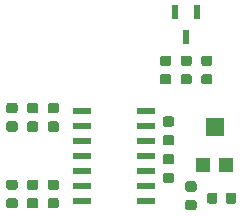
<source format=gbr>
G04 #@! TF.GenerationSoftware,KiCad,Pcbnew,(5.0.1)-3*
G04 #@! TF.CreationDate,2019-04-26T03:26:33+02:00*
G04 #@! TF.ProjectId,piezo_amplifier,7069657A6F5F616D706C69666965722E,rev?*
G04 #@! TF.SameCoordinates,Original*
G04 #@! TF.FileFunction,Paste,Top*
G04 #@! TF.FilePolarity,Positive*
%FSLAX46Y46*%
G04 Gerber Fmt 4.6, Leading zero omitted, Abs format (unit mm)*
G04 Created by KiCad (PCBNEW (5.0.1)-3) date 19/04/26 3:26:33 AM*
%MOMM*%
%LPD*%
G01*
G04 APERTURE LIST*
%ADD10C,0.100000*%
%ADD11C,0.875000*%
%ADD12R,1.500000X0.600000*%
%ADD13R,1.600000X1.500000*%
%ADD14R,1.200000X1.200000*%
%ADD15R,0.600000X1.300000*%
G04 APERTURE END LIST*
D10*
G04 #@! TO.C,C1*
G36*
X131527691Y-81526053D02*
X131548926Y-81529203D01*
X131569750Y-81534419D01*
X131589962Y-81541651D01*
X131609368Y-81550830D01*
X131627781Y-81561866D01*
X131645024Y-81574654D01*
X131660930Y-81589070D01*
X131675346Y-81604976D01*
X131688134Y-81622219D01*
X131699170Y-81640632D01*
X131708349Y-81660038D01*
X131715581Y-81680250D01*
X131720797Y-81701074D01*
X131723947Y-81722309D01*
X131725000Y-81743750D01*
X131725000Y-82181250D01*
X131723947Y-82202691D01*
X131720797Y-82223926D01*
X131715581Y-82244750D01*
X131708349Y-82264962D01*
X131699170Y-82284368D01*
X131688134Y-82302781D01*
X131675346Y-82320024D01*
X131660930Y-82335930D01*
X131645024Y-82350346D01*
X131627781Y-82363134D01*
X131609368Y-82374170D01*
X131589962Y-82383349D01*
X131569750Y-82390581D01*
X131548926Y-82395797D01*
X131527691Y-82398947D01*
X131506250Y-82400000D01*
X130993750Y-82400000D01*
X130972309Y-82398947D01*
X130951074Y-82395797D01*
X130930250Y-82390581D01*
X130910038Y-82383349D01*
X130890632Y-82374170D01*
X130872219Y-82363134D01*
X130854976Y-82350346D01*
X130839070Y-82335930D01*
X130824654Y-82320024D01*
X130811866Y-82302781D01*
X130800830Y-82284368D01*
X130791651Y-82264962D01*
X130784419Y-82244750D01*
X130779203Y-82223926D01*
X130776053Y-82202691D01*
X130775000Y-82181250D01*
X130775000Y-81743750D01*
X130776053Y-81722309D01*
X130779203Y-81701074D01*
X130784419Y-81680250D01*
X130791651Y-81660038D01*
X130800830Y-81640632D01*
X130811866Y-81622219D01*
X130824654Y-81604976D01*
X130839070Y-81589070D01*
X130854976Y-81574654D01*
X130872219Y-81561866D01*
X130890632Y-81550830D01*
X130910038Y-81541651D01*
X130930250Y-81534419D01*
X130951074Y-81529203D01*
X130972309Y-81526053D01*
X130993750Y-81525000D01*
X131506250Y-81525000D01*
X131527691Y-81526053D01*
X131527691Y-81526053D01*
G37*
D11*
X131250000Y-81962500D03*
D10*
G36*
X131527691Y-83101053D02*
X131548926Y-83104203D01*
X131569750Y-83109419D01*
X131589962Y-83116651D01*
X131609368Y-83125830D01*
X131627781Y-83136866D01*
X131645024Y-83149654D01*
X131660930Y-83164070D01*
X131675346Y-83179976D01*
X131688134Y-83197219D01*
X131699170Y-83215632D01*
X131708349Y-83235038D01*
X131715581Y-83255250D01*
X131720797Y-83276074D01*
X131723947Y-83297309D01*
X131725000Y-83318750D01*
X131725000Y-83756250D01*
X131723947Y-83777691D01*
X131720797Y-83798926D01*
X131715581Y-83819750D01*
X131708349Y-83839962D01*
X131699170Y-83859368D01*
X131688134Y-83877781D01*
X131675346Y-83895024D01*
X131660930Y-83910930D01*
X131645024Y-83925346D01*
X131627781Y-83938134D01*
X131609368Y-83949170D01*
X131589962Y-83958349D01*
X131569750Y-83965581D01*
X131548926Y-83970797D01*
X131527691Y-83973947D01*
X131506250Y-83975000D01*
X130993750Y-83975000D01*
X130972309Y-83973947D01*
X130951074Y-83970797D01*
X130930250Y-83965581D01*
X130910038Y-83958349D01*
X130890632Y-83949170D01*
X130872219Y-83938134D01*
X130854976Y-83925346D01*
X130839070Y-83910930D01*
X130824654Y-83895024D01*
X130811866Y-83877781D01*
X130800830Y-83859368D01*
X130791651Y-83839962D01*
X130784419Y-83819750D01*
X130779203Y-83798926D01*
X130776053Y-83777691D01*
X130775000Y-83756250D01*
X130775000Y-83318750D01*
X130776053Y-83297309D01*
X130779203Y-83276074D01*
X130784419Y-83255250D01*
X130791651Y-83235038D01*
X130800830Y-83215632D01*
X130811866Y-83197219D01*
X130824654Y-83179976D01*
X130839070Y-83164070D01*
X130854976Y-83149654D01*
X130872219Y-83136866D01*
X130890632Y-83125830D01*
X130910038Y-83116651D01*
X130930250Y-83109419D01*
X130951074Y-83104203D01*
X130972309Y-83101053D01*
X130993750Y-83100000D01*
X131506250Y-83100000D01*
X131527691Y-83101053D01*
X131527691Y-83101053D01*
G37*
D11*
X131250000Y-83537500D03*
G04 #@! TD*
D10*
G04 #@! TO.C,C2*
G36*
X118527691Y-92026053D02*
X118548926Y-92029203D01*
X118569750Y-92034419D01*
X118589962Y-92041651D01*
X118609368Y-92050830D01*
X118627781Y-92061866D01*
X118645024Y-92074654D01*
X118660930Y-92089070D01*
X118675346Y-92104976D01*
X118688134Y-92122219D01*
X118699170Y-92140632D01*
X118708349Y-92160038D01*
X118715581Y-92180250D01*
X118720797Y-92201074D01*
X118723947Y-92222309D01*
X118725000Y-92243750D01*
X118725000Y-92681250D01*
X118723947Y-92702691D01*
X118720797Y-92723926D01*
X118715581Y-92744750D01*
X118708349Y-92764962D01*
X118699170Y-92784368D01*
X118688134Y-92802781D01*
X118675346Y-92820024D01*
X118660930Y-92835930D01*
X118645024Y-92850346D01*
X118627781Y-92863134D01*
X118609368Y-92874170D01*
X118589962Y-92883349D01*
X118569750Y-92890581D01*
X118548926Y-92895797D01*
X118527691Y-92898947D01*
X118506250Y-92900000D01*
X117993750Y-92900000D01*
X117972309Y-92898947D01*
X117951074Y-92895797D01*
X117930250Y-92890581D01*
X117910038Y-92883349D01*
X117890632Y-92874170D01*
X117872219Y-92863134D01*
X117854976Y-92850346D01*
X117839070Y-92835930D01*
X117824654Y-92820024D01*
X117811866Y-92802781D01*
X117800830Y-92784368D01*
X117791651Y-92764962D01*
X117784419Y-92744750D01*
X117779203Y-92723926D01*
X117776053Y-92702691D01*
X117775000Y-92681250D01*
X117775000Y-92243750D01*
X117776053Y-92222309D01*
X117779203Y-92201074D01*
X117784419Y-92180250D01*
X117791651Y-92160038D01*
X117800830Y-92140632D01*
X117811866Y-92122219D01*
X117824654Y-92104976D01*
X117839070Y-92089070D01*
X117854976Y-92074654D01*
X117872219Y-92061866D01*
X117890632Y-92050830D01*
X117910038Y-92041651D01*
X117930250Y-92034419D01*
X117951074Y-92029203D01*
X117972309Y-92026053D01*
X117993750Y-92025000D01*
X118506250Y-92025000D01*
X118527691Y-92026053D01*
X118527691Y-92026053D01*
G37*
D11*
X118250000Y-92462500D03*
D10*
G36*
X118527691Y-93601053D02*
X118548926Y-93604203D01*
X118569750Y-93609419D01*
X118589962Y-93616651D01*
X118609368Y-93625830D01*
X118627781Y-93636866D01*
X118645024Y-93649654D01*
X118660930Y-93664070D01*
X118675346Y-93679976D01*
X118688134Y-93697219D01*
X118699170Y-93715632D01*
X118708349Y-93735038D01*
X118715581Y-93755250D01*
X118720797Y-93776074D01*
X118723947Y-93797309D01*
X118725000Y-93818750D01*
X118725000Y-94256250D01*
X118723947Y-94277691D01*
X118720797Y-94298926D01*
X118715581Y-94319750D01*
X118708349Y-94339962D01*
X118699170Y-94359368D01*
X118688134Y-94377781D01*
X118675346Y-94395024D01*
X118660930Y-94410930D01*
X118645024Y-94425346D01*
X118627781Y-94438134D01*
X118609368Y-94449170D01*
X118589962Y-94458349D01*
X118569750Y-94465581D01*
X118548926Y-94470797D01*
X118527691Y-94473947D01*
X118506250Y-94475000D01*
X117993750Y-94475000D01*
X117972309Y-94473947D01*
X117951074Y-94470797D01*
X117930250Y-94465581D01*
X117910038Y-94458349D01*
X117890632Y-94449170D01*
X117872219Y-94438134D01*
X117854976Y-94425346D01*
X117839070Y-94410930D01*
X117824654Y-94395024D01*
X117811866Y-94377781D01*
X117800830Y-94359368D01*
X117791651Y-94339962D01*
X117784419Y-94319750D01*
X117779203Y-94298926D01*
X117776053Y-94277691D01*
X117775000Y-94256250D01*
X117775000Y-93818750D01*
X117776053Y-93797309D01*
X117779203Y-93776074D01*
X117784419Y-93755250D01*
X117791651Y-93735038D01*
X117800830Y-93715632D01*
X117811866Y-93697219D01*
X117824654Y-93679976D01*
X117839070Y-93664070D01*
X117854976Y-93649654D01*
X117872219Y-93636866D01*
X117890632Y-93625830D01*
X117910038Y-93616651D01*
X117930250Y-93609419D01*
X117951074Y-93604203D01*
X117972309Y-93601053D01*
X117993750Y-93600000D01*
X118506250Y-93600000D01*
X118527691Y-93601053D01*
X118527691Y-93601053D01*
G37*
D11*
X118250000Y-94037500D03*
G04 #@! TD*
D10*
G04 #@! TO.C,C3*
G36*
X135027691Y-83101053D02*
X135048926Y-83104203D01*
X135069750Y-83109419D01*
X135089962Y-83116651D01*
X135109368Y-83125830D01*
X135127781Y-83136866D01*
X135145024Y-83149654D01*
X135160930Y-83164070D01*
X135175346Y-83179976D01*
X135188134Y-83197219D01*
X135199170Y-83215632D01*
X135208349Y-83235038D01*
X135215581Y-83255250D01*
X135220797Y-83276074D01*
X135223947Y-83297309D01*
X135225000Y-83318750D01*
X135225000Y-83756250D01*
X135223947Y-83777691D01*
X135220797Y-83798926D01*
X135215581Y-83819750D01*
X135208349Y-83839962D01*
X135199170Y-83859368D01*
X135188134Y-83877781D01*
X135175346Y-83895024D01*
X135160930Y-83910930D01*
X135145024Y-83925346D01*
X135127781Y-83938134D01*
X135109368Y-83949170D01*
X135089962Y-83958349D01*
X135069750Y-83965581D01*
X135048926Y-83970797D01*
X135027691Y-83973947D01*
X135006250Y-83975000D01*
X134493750Y-83975000D01*
X134472309Y-83973947D01*
X134451074Y-83970797D01*
X134430250Y-83965581D01*
X134410038Y-83958349D01*
X134390632Y-83949170D01*
X134372219Y-83938134D01*
X134354976Y-83925346D01*
X134339070Y-83910930D01*
X134324654Y-83895024D01*
X134311866Y-83877781D01*
X134300830Y-83859368D01*
X134291651Y-83839962D01*
X134284419Y-83819750D01*
X134279203Y-83798926D01*
X134276053Y-83777691D01*
X134275000Y-83756250D01*
X134275000Y-83318750D01*
X134276053Y-83297309D01*
X134279203Y-83276074D01*
X134284419Y-83255250D01*
X134291651Y-83235038D01*
X134300830Y-83215632D01*
X134311866Y-83197219D01*
X134324654Y-83179976D01*
X134339070Y-83164070D01*
X134354976Y-83149654D01*
X134372219Y-83136866D01*
X134390632Y-83125830D01*
X134410038Y-83116651D01*
X134430250Y-83109419D01*
X134451074Y-83104203D01*
X134472309Y-83101053D01*
X134493750Y-83100000D01*
X135006250Y-83100000D01*
X135027691Y-83101053D01*
X135027691Y-83101053D01*
G37*
D11*
X134750000Y-83537500D03*
D10*
G36*
X135027691Y-81526053D02*
X135048926Y-81529203D01*
X135069750Y-81534419D01*
X135089962Y-81541651D01*
X135109368Y-81550830D01*
X135127781Y-81561866D01*
X135145024Y-81574654D01*
X135160930Y-81589070D01*
X135175346Y-81604976D01*
X135188134Y-81622219D01*
X135199170Y-81640632D01*
X135208349Y-81660038D01*
X135215581Y-81680250D01*
X135220797Y-81701074D01*
X135223947Y-81722309D01*
X135225000Y-81743750D01*
X135225000Y-82181250D01*
X135223947Y-82202691D01*
X135220797Y-82223926D01*
X135215581Y-82244750D01*
X135208349Y-82264962D01*
X135199170Y-82284368D01*
X135188134Y-82302781D01*
X135175346Y-82320024D01*
X135160930Y-82335930D01*
X135145024Y-82350346D01*
X135127781Y-82363134D01*
X135109368Y-82374170D01*
X135089962Y-82383349D01*
X135069750Y-82390581D01*
X135048926Y-82395797D01*
X135027691Y-82398947D01*
X135006250Y-82400000D01*
X134493750Y-82400000D01*
X134472309Y-82398947D01*
X134451074Y-82395797D01*
X134430250Y-82390581D01*
X134410038Y-82383349D01*
X134390632Y-82374170D01*
X134372219Y-82363134D01*
X134354976Y-82350346D01*
X134339070Y-82335930D01*
X134324654Y-82320024D01*
X134311866Y-82302781D01*
X134300830Y-82284368D01*
X134291651Y-82264962D01*
X134284419Y-82244750D01*
X134279203Y-82223926D01*
X134276053Y-82202691D01*
X134275000Y-82181250D01*
X134275000Y-81743750D01*
X134276053Y-81722309D01*
X134279203Y-81701074D01*
X134284419Y-81680250D01*
X134291651Y-81660038D01*
X134300830Y-81640632D01*
X134311866Y-81622219D01*
X134324654Y-81604976D01*
X134339070Y-81589070D01*
X134354976Y-81574654D01*
X134372219Y-81561866D01*
X134390632Y-81550830D01*
X134410038Y-81541651D01*
X134430250Y-81534419D01*
X134451074Y-81529203D01*
X134472309Y-81526053D01*
X134493750Y-81525000D01*
X135006250Y-81525000D01*
X135027691Y-81526053D01*
X135027691Y-81526053D01*
G37*
D11*
X134750000Y-81962500D03*
G04 #@! TD*
D10*
G04 #@! TO.C,C4*
G36*
X122027691Y-85526053D02*
X122048926Y-85529203D01*
X122069750Y-85534419D01*
X122089962Y-85541651D01*
X122109368Y-85550830D01*
X122127781Y-85561866D01*
X122145024Y-85574654D01*
X122160930Y-85589070D01*
X122175346Y-85604976D01*
X122188134Y-85622219D01*
X122199170Y-85640632D01*
X122208349Y-85660038D01*
X122215581Y-85680250D01*
X122220797Y-85701074D01*
X122223947Y-85722309D01*
X122225000Y-85743750D01*
X122225000Y-86181250D01*
X122223947Y-86202691D01*
X122220797Y-86223926D01*
X122215581Y-86244750D01*
X122208349Y-86264962D01*
X122199170Y-86284368D01*
X122188134Y-86302781D01*
X122175346Y-86320024D01*
X122160930Y-86335930D01*
X122145024Y-86350346D01*
X122127781Y-86363134D01*
X122109368Y-86374170D01*
X122089962Y-86383349D01*
X122069750Y-86390581D01*
X122048926Y-86395797D01*
X122027691Y-86398947D01*
X122006250Y-86400000D01*
X121493750Y-86400000D01*
X121472309Y-86398947D01*
X121451074Y-86395797D01*
X121430250Y-86390581D01*
X121410038Y-86383349D01*
X121390632Y-86374170D01*
X121372219Y-86363134D01*
X121354976Y-86350346D01*
X121339070Y-86335930D01*
X121324654Y-86320024D01*
X121311866Y-86302781D01*
X121300830Y-86284368D01*
X121291651Y-86264962D01*
X121284419Y-86244750D01*
X121279203Y-86223926D01*
X121276053Y-86202691D01*
X121275000Y-86181250D01*
X121275000Y-85743750D01*
X121276053Y-85722309D01*
X121279203Y-85701074D01*
X121284419Y-85680250D01*
X121291651Y-85660038D01*
X121300830Y-85640632D01*
X121311866Y-85622219D01*
X121324654Y-85604976D01*
X121339070Y-85589070D01*
X121354976Y-85574654D01*
X121372219Y-85561866D01*
X121390632Y-85550830D01*
X121410038Y-85541651D01*
X121430250Y-85534419D01*
X121451074Y-85529203D01*
X121472309Y-85526053D01*
X121493750Y-85525000D01*
X122006250Y-85525000D01*
X122027691Y-85526053D01*
X122027691Y-85526053D01*
G37*
D11*
X121750000Y-85962500D03*
D10*
G36*
X122027691Y-87101053D02*
X122048926Y-87104203D01*
X122069750Y-87109419D01*
X122089962Y-87116651D01*
X122109368Y-87125830D01*
X122127781Y-87136866D01*
X122145024Y-87149654D01*
X122160930Y-87164070D01*
X122175346Y-87179976D01*
X122188134Y-87197219D01*
X122199170Y-87215632D01*
X122208349Y-87235038D01*
X122215581Y-87255250D01*
X122220797Y-87276074D01*
X122223947Y-87297309D01*
X122225000Y-87318750D01*
X122225000Y-87756250D01*
X122223947Y-87777691D01*
X122220797Y-87798926D01*
X122215581Y-87819750D01*
X122208349Y-87839962D01*
X122199170Y-87859368D01*
X122188134Y-87877781D01*
X122175346Y-87895024D01*
X122160930Y-87910930D01*
X122145024Y-87925346D01*
X122127781Y-87938134D01*
X122109368Y-87949170D01*
X122089962Y-87958349D01*
X122069750Y-87965581D01*
X122048926Y-87970797D01*
X122027691Y-87973947D01*
X122006250Y-87975000D01*
X121493750Y-87975000D01*
X121472309Y-87973947D01*
X121451074Y-87970797D01*
X121430250Y-87965581D01*
X121410038Y-87958349D01*
X121390632Y-87949170D01*
X121372219Y-87938134D01*
X121354976Y-87925346D01*
X121339070Y-87910930D01*
X121324654Y-87895024D01*
X121311866Y-87877781D01*
X121300830Y-87859368D01*
X121291651Y-87839962D01*
X121284419Y-87819750D01*
X121279203Y-87798926D01*
X121276053Y-87777691D01*
X121275000Y-87756250D01*
X121275000Y-87318750D01*
X121276053Y-87297309D01*
X121279203Y-87276074D01*
X121284419Y-87255250D01*
X121291651Y-87235038D01*
X121300830Y-87215632D01*
X121311866Y-87197219D01*
X121324654Y-87179976D01*
X121339070Y-87164070D01*
X121354976Y-87149654D01*
X121372219Y-87136866D01*
X121390632Y-87125830D01*
X121410038Y-87116651D01*
X121430250Y-87109419D01*
X121451074Y-87104203D01*
X121472309Y-87101053D01*
X121493750Y-87100000D01*
X122006250Y-87100000D01*
X122027691Y-87101053D01*
X122027691Y-87101053D01*
G37*
D11*
X121750000Y-87537500D03*
G04 #@! TD*
D10*
G04 #@! TO.C,C5*
G36*
X133277691Y-83101053D02*
X133298926Y-83104203D01*
X133319750Y-83109419D01*
X133339962Y-83116651D01*
X133359368Y-83125830D01*
X133377781Y-83136866D01*
X133395024Y-83149654D01*
X133410930Y-83164070D01*
X133425346Y-83179976D01*
X133438134Y-83197219D01*
X133449170Y-83215632D01*
X133458349Y-83235038D01*
X133465581Y-83255250D01*
X133470797Y-83276074D01*
X133473947Y-83297309D01*
X133475000Y-83318750D01*
X133475000Y-83756250D01*
X133473947Y-83777691D01*
X133470797Y-83798926D01*
X133465581Y-83819750D01*
X133458349Y-83839962D01*
X133449170Y-83859368D01*
X133438134Y-83877781D01*
X133425346Y-83895024D01*
X133410930Y-83910930D01*
X133395024Y-83925346D01*
X133377781Y-83938134D01*
X133359368Y-83949170D01*
X133339962Y-83958349D01*
X133319750Y-83965581D01*
X133298926Y-83970797D01*
X133277691Y-83973947D01*
X133256250Y-83975000D01*
X132743750Y-83975000D01*
X132722309Y-83973947D01*
X132701074Y-83970797D01*
X132680250Y-83965581D01*
X132660038Y-83958349D01*
X132640632Y-83949170D01*
X132622219Y-83938134D01*
X132604976Y-83925346D01*
X132589070Y-83910930D01*
X132574654Y-83895024D01*
X132561866Y-83877781D01*
X132550830Y-83859368D01*
X132541651Y-83839962D01*
X132534419Y-83819750D01*
X132529203Y-83798926D01*
X132526053Y-83777691D01*
X132525000Y-83756250D01*
X132525000Y-83318750D01*
X132526053Y-83297309D01*
X132529203Y-83276074D01*
X132534419Y-83255250D01*
X132541651Y-83235038D01*
X132550830Y-83215632D01*
X132561866Y-83197219D01*
X132574654Y-83179976D01*
X132589070Y-83164070D01*
X132604976Y-83149654D01*
X132622219Y-83136866D01*
X132640632Y-83125830D01*
X132660038Y-83116651D01*
X132680250Y-83109419D01*
X132701074Y-83104203D01*
X132722309Y-83101053D01*
X132743750Y-83100000D01*
X133256250Y-83100000D01*
X133277691Y-83101053D01*
X133277691Y-83101053D01*
G37*
D11*
X133000000Y-83537500D03*
D10*
G36*
X133277691Y-81526053D02*
X133298926Y-81529203D01*
X133319750Y-81534419D01*
X133339962Y-81541651D01*
X133359368Y-81550830D01*
X133377781Y-81561866D01*
X133395024Y-81574654D01*
X133410930Y-81589070D01*
X133425346Y-81604976D01*
X133438134Y-81622219D01*
X133449170Y-81640632D01*
X133458349Y-81660038D01*
X133465581Y-81680250D01*
X133470797Y-81701074D01*
X133473947Y-81722309D01*
X133475000Y-81743750D01*
X133475000Y-82181250D01*
X133473947Y-82202691D01*
X133470797Y-82223926D01*
X133465581Y-82244750D01*
X133458349Y-82264962D01*
X133449170Y-82284368D01*
X133438134Y-82302781D01*
X133425346Y-82320024D01*
X133410930Y-82335930D01*
X133395024Y-82350346D01*
X133377781Y-82363134D01*
X133359368Y-82374170D01*
X133339962Y-82383349D01*
X133319750Y-82390581D01*
X133298926Y-82395797D01*
X133277691Y-82398947D01*
X133256250Y-82400000D01*
X132743750Y-82400000D01*
X132722309Y-82398947D01*
X132701074Y-82395797D01*
X132680250Y-82390581D01*
X132660038Y-82383349D01*
X132640632Y-82374170D01*
X132622219Y-82363134D01*
X132604976Y-82350346D01*
X132589070Y-82335930D01*
X132574654Y-82320024D01*
X132561866Y-82302781D01*
X132550830Y-82284368D01*
X132541651Y-82264962D01*
X132534419Y-82244750D01*
X132529203Y-82223926D01*
X132526053Y-82202691D01*
X132525000Y-82181250D01*
X132525000Y-81743750D01*
X132526053Y-81722309D01*
X132529203Y-81701074D01*
X132534419Y-81680250D01*
X132541651Y-81660038D01*
X132550830Y-81640632D01*
X132561866Y-81622219D01*
X132574654Y-81604976D01*
X132589070Y-81589070D01*
X132604976Y-81574654D01*
X132622219Y-81561866D01*
X132640632Y-81550830D01*
X132660038Y-81541651D01*
X132680250Y-81534419D01*
X132701074Y-81529203D01*
X132722309Y-81526053D01*
X132743750Y-81525000D01*
X133256250Y-81525000D01*
X133277691Y-81526053D01*
X133277691Y-81526053D01*
G37*
D11*
X133000000Y-81962500D03*
G04 #@! TD*
D10*
G04 #@! TO.C,C6*
G36*
X131777691Y-91451053D02*
X131798926Y-91454203D01*
X131819750Y-91459419D01*
X131839962Y-91466651D01*
X131859368Y-91475830D01*
X131877781Y-91486866D01*
X131895024Y-91499654D01*
X131910930Y-91514070D01*
X131925346Y-91529976D01*
X131938134Y-91547219D01*
X131949170Y-91565632D01*
X131958349Y-91585038D01*
X131965581Y-91605250D01*
X131970797Y-91626074D01*
X131973947Y-91647309D01*
X131975000Y-91668750D01*
X131975000Y-92106250D01*
X131973947Y-92127691D01*
X131970797Y-92148926D01*
X131965581Y-92169750D01*
X131958349Y-92189962D01*
X131949170Y-92209368D01*
X131938134Y-92227781D01*
X131925346Y-92245024D01*
X131910930Y-92260930D01*
X131895024Y-92275346D01*
X131877781Y-92288134D01*
X131859368Y-92299170D01*
X131839962Y-92308349D01*
X131819750Y-92315581D01*
X131798926Y-92320797D01*
X131777691Y-92323947D01*
X131756250Y-92325000D01*
X131243750Y-92325000D01*
X131222309Y-92323947D01*
X131201074Y-92320797D01*
X131180250Y-92315581D01*
X131160038Y-92308349D01*
X131140632Y-92299170D01*
X131122219Y-92288134D01*
X131104976Y-92275346D01*
X131089070Y-92260930D01*
X131074654Y-92245024D01*
X131061866Y-92227781D01*
X131050830Y-92209368D01*
X131041651Y-92189962D01*
X131034419Y-92169750D01*
X131029203Y-92148926D01*
X131026053Y-92127691D01*
X131025000Y-92106250D01*
X131025000Y-91668750D01*
X131026053Y-91647309D01*
X131029203Y-91626074D01*
X131034419Y-91605250D01*
X131041651Y-91585038D01*
X131050830Y-91565632D01*
X131061866Y-91547219D01*
X131074654Y-91529976D01*
X131089070Y-91514070D01*
X131104976Y-91499654D01*
X131122219Y-91486866D01*
X131140632Y-91475830D01*
X131160038Y-91466651D01*
X131180250Y-91459419D01*
X131201074Y-91454203D01*
X131222309Y-91451053D01*
X131243750Y-91450000D01*
X131756250Y-91450000D01*
X131777691Y-91451053D01*
X131777691Y-91451053D01*
G37*
D11*
X131500000Y-91887500D03*
D10*
G36*
X131777691Y-89876053D02*
X131798926Y-89879203D01*
X131819750Y-89884419D01*
X131839962Y-89891651D01*
X131859368Y-89900830D01*
X131877781Y-89911866D01*
X131895024Y-89924654D01*
X131910930Y-89939070D01*
X131925346Y-89954976D01*
X131938134Y-89972219D01*
X131949170Y-89990632D01*
X131958349Y-90010038D01*
X131965581Y-90030250D01*
X131970797Y-90051074D01*
X131973947Y-90072309D01*
X131975000Y-90093750D01*
X131975000Y-90531250D01*
X131973947Y-90552691D01*
X131970797Y-90573926D01*
X131965581Y-90594750D01*
X131958349Y-90614962D01*
X131949170Y-90634368D01*
X131938134Y-90652781D01*
X131925346Y-90670024D01*
X131910930Y-90685930D01*
X131895024Y-90700346D01*
X131877781Y-90713134D01*
X131859368Y-90724170D01*
X131839962Y-90733349D01*
X131819750Y-90740581D01*
X131798926Y-90745797D01*
X131777691Y-90748947D01*
X131756250Y-90750000D01*
X131243750Y-90750000D01*
X131222309Y-90748947D01*
X131201074Y-90745797D01*
X131180250Y-90740581D01*
X131160038Y-90733349D01*
X131140632Y-90724170D01*
X131122219Y-90713134D01*
X131104976Y-90700346D01*
X131089070Y-90685930D01*
X131074654Y-90670024D01*
X131061866Y-90652781D01*
X131050830Y-90634368D01*
X131041651Y-90614962D01*
X131034419Y-90594750D01*
X131029203Y-90573926D01*
X131026053Y-90552691D01*
X131025000Y-90531250D01*
X131025000Y-90093750D01*
X131026053Y-90072309D01*
X131029203Y-90051074D01*
X131034419Y-90030250D01*
X131041651Y-90010038D01*
X131050830Y-89990632D01*
X131061866Y-89972219D01*
X131074654Y-89954976D01*
X131089070Y-89939070D01*
X131104976Y-89924654D01*
X131122219Y-89911866D01*
X131140632Y-89900830D01*
X131160038Y-89891651D01*
X131180250Y-89884419D01*
X131201074Y-89879203D01*
X131222309Y-89876053D01*
X131243750Y-89875000D01*
X131756250Y-89875000D01*
X131777691Y-89876053D01*
X131777691Y-89876053D01*
G37*
D11*
X131500000Y-90312500D03*
G04 #@! TD*
D10*
G04 #@! TO.C,D1*
G36*
X137027691Y-93126053D02*
X137048926Y-93129203D01*
X137069750Y-93134419D01*
X137089962Y-93141651D01*
X137109368Y-93150830D01*
X137127781Y-93161866D01*
X137145024Y-93174654D01*
X137160930Y-93189070D01*
X137175346Y-93204976D01*
X137188134Y-93222219D01*
X137199170Y-93240632D01*
X137208349Y-93260038D01*
X137215581Y-93280250D01*
X137220797Y-93301074D01*
X137223947Y-93322309D01*
X137225000Y-93343750D01*
X137225000Y-93856250D01*
X137223947Y-93877691D01*
X137220797Y-93898926D01*
X137215581Y-93919750D01*
X137208349Y-93939962D01*
X137199170Y-93959368D01*
X137188134Y-93977781D01*
X137175346Y-93995024D01*
X137160930Y-94010930D01*
X137145024Y-94025346D01*
X137127781Y-94038134D01*
X137109368Y-94049170D01*
X137089962Y-94058349D01*
X137069750Y-94065581D01*
X137048926Y-94070797D01*
X137027691Y-94073947D01*
X137006250Y-94075000D01*
X136568750Y-94075000D01*
X136547309Y-94073947D01*
X136526074Y-94070797D01*
X136505250Y-94065581D01*
X136485038Y-94058349D01*
X136465632Y-94049170D01*
X136447219Y-94038134D01*
X136429976Y-94025346D01*
X136414070Y-94010930D01*
X136399654Y-93995024D01*
X136386866Y-93977781D01*
X136375830Y-93959368D01*
X136366651Y-93939962D01*
X136359419Y-93919750D01*
X136354203Y-93898926D01*
X136351053Y-93877691D01*
X136350000Y-93856250D01*
X136350000Y-93343750D01*
X136351053Y-93322309D01*
X136354203Y-93301074D01*
X136359419Y-93280250D01*
X136366651Y-93260038D01*
X136375830Y-93240632D01*
X136386866Y-93222219D01*
X136399654Y-93204976D01*
X136414070Y-93189070D01*
X136429976Y-93174654D01*
X136447219Y-93161866D01*
X136465632Y-93150830D01*
X136485038Y-93141651D01*
X136505250Y-93134419D01*
X136526074Y-93129203D01*
X136547309Y-93126053D01*
X136568750Y-93125000D01*
X137006250Y-93125000D01*
X137027691Y-93126053D01*
X137027691Y-93126053D01*
G37*
D11*
X136787500Y-93600000D03*
D10*
G36*
X135452691Y-93126053D02*
X135473926Y-93129203D01*
X135494750Y-93134419D01*
X135514962Y-93141651D01*
X135534368Y-93150830D01*
X135552781Y-93161866D01*
X135570024Y-93174654D01*
X135585930Y-93189070D01*
X135600346Y-93204976D01*
X135613134Y-93222219D01*
X135624170Y-93240632D01*
X135633349Y-93260038D01*
X135640581Y-93280250D01*
X135645797Y-93301074D01*
X135648947Y-93322309D01*
X135650000Y-93343750D01*
X135650000Y-93856250D01*
X135648947Y-93877691D01*
X135645797Y-93898926D01*
X135640581Y-93919750D01*
X135633349Y-93939962D01*
X135624170Y-93959368D01*
X135613134Y-93977781D01*
X135600346Y-93995024D01*
X135585930Y-94010930D01*
X135570024Y-94025346D01*
X135552781Y-94038134D01*
X135534368Y-94049170D01*
X135514962Y-94058349D01*
X135494750Y-94065581D01*
X135473926Y-94070797D01*
X135452691Y-94073947D01*
X135431250Y-94075000D01*
X134993750Y-94075000D01*
X134972309Y-94073947D01*
X134951074Y-94070797D01*
X134930250Y-94065581D01*
X134910038Y-94058349D01*
X134890632Y-94049170D01*
X134872219Y-94038134D01*
X134854976Y-94025346D01*
X134839070Y-94010930D01*
X134824654Y-93995024D01*
X134811866Y-93977781D01*
X134800830Y-93959368D01*
X134791651Y-93939962D01*
X134784419Y-93919750D01*
X134779203Y-93898926D01*
X134776053Y-93877691D01*
X134775000Y-93856250D01*
X134775000Y-93343750D01*
X134776053Y-93322309D01*
X134779203Y-93301074D01*
X134784419Y-93280250D01*
X134791651Y-93260038D01*
X134800830Y-93240632D01*
X134811866Y-93222219D01*
X134824654Y-93204976D01*
X134839070Y-93189070D01*
X134854976Y-93174654D01*
X134872219Y-93161866D01*
X134890632Y-93150830D01*
X134910038Y-93141651D01*
X134930250Y-93134419D01*
X134951074Y-93129203D01*
X134972309Y-93126053D01*
X134993750Y-93125000D01*
X135431250Y-93125000D01*
X135452691Y-93126053D01*
X135452691Y-93126053D01*
G37*
D11*
X135212500Y-93600000D03*
G04 #@! TD*
D10*
G04 #@! TO.C,R1*
G36*
X120277691Y-93601053D02*
X120298926Y-93604203D01*
X120319750Y-93609419D01*
X120339962Y-93616651D01*
X120359368Y-93625830D01*
X120377781Y-93636866D01*
X120395024Y-93649654D01*
X120410930Y-93664070D01*
X120425346Y-93679976D01*
X120438134Y-93697219D01*
X120449170Y-93715632D01*
X120458349Y-93735038D01*
X120465581Y-93755250D01*
X120470797Y-93776074D01*
X120473947Y-93797309D01*
X120475000Y-93818750D01*
X120475000Y-94256250D01*
X120473947Y-94277691D01*
X120470797Y-94298926D01*
X120465581Y-94319750D01*
X120458349Y-94339962D01*
X120449170Y-94359368D01*
X120438134Y-94377781D01*
X120425346Y-94395024D01*
X120410930Y-94410930D01*
X120395024Y-94425346D01*
X120377781Y-94438134D01*
X120359368Y-94449170D01*
X120339962Y-94458349D01*
X120319750Y-94465581D01*
X120298926Y-94470797D01*
X120277691Y-94473947D01*
X120256250Y-94475000D01*
X119743750Y-94475000D01*
X119722309Y-94473947D01*
X119701074Y-94470797D01*
X119680250Y-94465581D01*
X119660038Y-94458349D01*
X119640632Y-94449170D01*
X119622219Y-94438134D01*
X119604976Y-94425346D01*
X119589070Y-94410930D01*
X119574654Y-94395024D01*
X119561866Y-94377781D01*
X119550830Y-94359368D01*
X119541651Y-94339962D01*
X119534419Y-94319750D01*
X119529203Y-94298926D01*
X119526053Y-94277691D01*
X119525000Y-94256250D01*
X119525000Y-93818750D01*
X119526053Y-93797309D01*
X119529203Y-93776074D01*
X119534419Y-93755250D01*
X119541651Y-93735038D01*
X119550830Y-93715632D01*
X119561866Y-93697219D01*
X119574654Y-93679976D01*
X119589070Y-93664070D01*
X119604976Y-93649654D01*
X119622219Y-93636866D01*
X119640632Y-93625830D01*
X119660038Y-93616651D01*
X119680250Y-93609419D01*
X119701074Y-93604203D01*
X119722309Y-93601053D01*
X119743750Y-93600000D01*
X120256250Y-93600000D01*
X120277691Y-93601053D01*
X120277691Y-93601053D01*
G37*
D11*
X120000000Y-94037500D03*
D10*
G36*
X120277691Y-92026053D02*
X120298926Y-92029203D01*
X120319750Y-92034419D01*
X120339962Y-92041651D01*
X120359368Y-92050830D01*
X120377781Y-92061866D01*
X120395024Y-92074654D01*
X120410930Y-92089070D01*
X120425346Y-92104976D01*
X120438134Y-92122219D01*
X120449170Y-92140632D01*
X120458349Y-92160038D01*
X120465581Y-92180250D01*
X120470797Y-92201074D01*
X120473947Y-92222309D01*
X120475000Y-92243750D01*
X120475000Y-92681250D01*
X120473947Y-92702691D01*
X120470797Y-92723926D01*
X120465581Y-92744750D01*
X120458349Y-92764962D01*
X120449170Y-92784368D01*
X120438134Y-92802781D01*
X120425346Y-92820024D01*
X120410930Y-92835930D01*
X120395024Y-92850346D01*
X120377781Y-92863134D01*
X120359368Y-92874170D01*
X120339962Y-92883349D01*
X120319750Y-92890581D01*
X120298926Y-92895797D01*
X120277691Y-92898947D01*
X120256250Y-92900000D01*
X119743750Y-92900000D01*
X119722309Y-92898947D01*
X119701074Y-92895797D01*
X119680250Y-92890581D01*
X119660038Y-92883349D01*
X119640632Y-92874170D01*
X119622219Y-92863134D01*
X119604976Y-92850346D01*
X119589070Y-92835930D01*
X119574654Y-92820024D01*
X119561866Y-92802781D01*
X119550830Y-92784368D01*
X119541651Y-92764962D01*
X119534419Y-92744750D01*
X119529203Y-92723926D01*
X119526053Y-92702691D01*
X119525000Y-92681250D01*
X119525000Y-92243750D01*
X119526053Y-92222309D01*
X119529203Y-92201074D01*
X119534419Y-92180250D01*
X119541651Y-92160038D01*
X119550830Y-92140632D01*
X119561866Y-92122219D01*
X119574654Y-92104976D01*
X119589070Y-92089070D01*
X119604976Y-92074654D01*
X119622219Y-92061866D01*
X119640632Y-92050830D01*
X119660038Y-92041651D01*
X119680250Y-92034419D01*
X119701074Y-92029203D01*
X119722309Y-92026053D01*
X119743750Y-92025000D01*
X120256250Y-92025000D01*
X120277691Y-92026053D01*
X120277691Y-92026053D01*
G37*
D11*
X120000000Y-92462500D03*
G04 #@! TD*
D10*
G04 #@! TO.C,R2*
G36*
X122027691Y-92026053D02*
X122048926Y-92029203D01*
X122069750Y-92034419D01*
X122089962Y-92041651D01*
X122109368Y-92050830D01*
X122127781Y-92061866D01*
X122145024Y-92074654D01*
X122160930Y-92089070D01*
X122175346Y-92104976D01*
X122188134Y-92122219D01*
X122199170Y-92140632D01*
X122208349Y-92160038D01*
X122215581Y-92180250D01*
X122220797Y-92201074D01*
X122223947Y-92222309D01*
X122225000Y-92243750D01*
X122225000Y-92681250D01*
X122223947Y-92702691D01*
X122220797Y-92723926D01*
X122215581Y-92744750D01*
X122208349Y-92764962D01*
X122199170Y-92784368D01*
X122188134Y-92802781D01*
X122175346Y-92820024D01*
X122160930Y-92835930D01*
X122145024Y-92850346D01*
X122127781Y-92863134D01*
X122109368Y-92874170D01*
X122089962Y-92883349D01*
X122069750Y-92890581D01*
X122048926Y-92895797D01*
X122027691Y-92898947D01*
X122006250Y-92900000D01*
X121493750Y-92900000D01*
X121472309Y-92898947D01*
X121451074Y-92895797D01*
X121430250Y-92890581D01*
X121410038Y-92883349D01*
X121390632Y-92874170D01*
X121372219Y-92863134D01*
X121354976Y-92850346D01*
X121339070Y-92835930D01*
X121324654Y-92820024D01*
X121311866Y-92802781D01*
X121300830Y-92784368D01*
X121291651Y-92764962D01*
X121284419Y-92744750D01*
X121279203Y-92723926D01*
X121276053Y-92702691D01*
X121275000Y-92681250D01*
X121275000Y-92243750D01*
X121276053Y-92222309D01*
X121279203Y-92201074D01*
X121284419Y-92180250D01*
X121291651Y-92160038D01*
X121300830Y-92140632D01*
X121311866Y-92122219D01*
X121324654Y-92104976D01*
X121339070Y-92089070D01*
X121354976Y-92074654D01*
X121372219Y-92061866D01*
X121390632Y-92050830D01*
X121410038Y-92041651D01*
X121430250Y-92034419D01*
X121451074Y-92029203D01*
X121472309Y-92026053D01*
X121493750Y-92025000D01*
X122006250Y-92025000D01*
X122027691Y-92026053D01*
X122027691Y-92026053D01*
G37*
D11*
X121750000Y-92462500D03*
D10*
G36*
X122027691Y-93601053D02*
X122048926Y-93604203D01*
X122069750Y-93609419D01*
X122089962Y-93616651D01*
X122109368Y-93625830D01*
X122127781Y-93636866D01*
X122145024Y-93649654D01*
X122160930Y-93664070D01*
X122175346Y-93679976D01*
X122188134Y-93697219D01*
X122199170Y-93715632D01*
X122208349Y-93735038D01*
X122215581Y-93755250D01*
X122220797Y-93776074D01*
X122223947Y-93797309D01*
X122225000Y-93818750D01*
X122225000Y-94256250D01*
X122223947Y-94277691D01*
X122220797Y-94298926D01*
X122215581Y-94319750D01*
X122208349Y-94339962D01*
X122199170Y-94359368D01*
X122188134Y-94377781D01*
X122175346Y-94395024D01*
X122160930Y-94410930D01*
X122145024Y-94425346D01*
X122127781Y-94438134D01*
X122109368Y-94449170D01*
X122089962Y-94458349D01*
X122069750Y-94465581D01*
X122048926Y-94470797D01*
X122027691Y-94473947D01*
X122006250Y-94475000D01*
X121493750Y-94475000D01*
X121472309Y-94473947D01*
X121451074Y-94470797D01*
X121430250Y-94465581D01*
X121410038Y-94458349D01*
X121390632Y-94449170D01*
X121372219Y-94438134D01*
X121354976Y-94425346D01*
X121339070Y-94410930D01*
X121324654Y-94395024D01*
X121311866Y-94377781D01*
X121300830Y-94359368D01*
X121291651Y-94339962D01*
X121284419Y-94319750D01*
X121279203Y-94298926D01*
X121276053Y-94277691D01*
X121275000Y-94256250D01*
X121275000Y-93818750D01*
X121276053Y-93797309D01*
X121279203Y-93776074D01*
X121284419Y-93755250D01*
X121291651Y-93735038D01*
X121300830Y-93715632D01*
X121311866Y-93697219D01*
X121324654Y-93679976D01*
X121339070Y-93664070D01*
X121354976Y-93649654D01*
X121372219Y-93636866D01*
X121390632Y-93625830D01*
X121410038Y-93616651D01*
X121430250Y-93609419D01*
X121451074Y-93604203D01*
X121472309Y-93601053D01*
X121493750Y-93600000D01*
X122006250Y-93600000D01*
X122027691Y-93601053D01*
X122027691Y-93601053D01*
G37*
D11*
X121750000Y-94037500D03*
G04 #@! TD*
D10*
G04 #@! TO.C,R3*
G36*
X118527691Y-87101053D02*
X118548926Y-87104203D01*
X118569750Y-87109419D01*
X118589962Y-87116651D01*
X118609368Y-87125830D01*
X118627781Y-87136866D01*
X118645024Y-87149654D01*
X118660930Y-87164070D01*
X118675346Y-87179976D01*
X118688134Y-87197219D01*
X118699170Y-87215632D01*
X118708349Y-87235038D01*
X118715581Y-87255250D01*
X118720797Y-87276074D01*
X118723947Y-87297309D01*
X118725000Y-87318750D01*
X118725000Y-87756250D01*
X118723947Y-87777691D01*
X118720797Y-87798926D01*
X118715581Y-87819750D01*
X118708349Y-87839962D01*
X118699170Y-87859368D01*
X118688134Y-87877781D01*
X118675346Y-87895024D01*
X118660930Y-87910930D01*
X118645024Y-87925346D01*
X118627781Y-87938134D01*
X118609368Y-87949170D01*
X118589962Y-87958349D01*
X118569750Y-87965581D01*
X118548926Y-87970797D01*
X118527691Y-87973947D01*
X118506250Y-87975000D01*
X117993750Y-87975000D01*
X117972309Y-87973947D01*
X117951074Y-87970797D01*
X117930250Y-87965581D01*
X117910038Y-87958349D01*
X117890632Y-87949170D01*
X117872219Y-87938134D01*
X117854976Y-87925346D01*
X117839070Y-87910930D01*
X117824654Y-87895024D01*
X117811866Y-87877781D01*
X117800830Y-87859368D01*
X117791651Y-87839962D01*
X117784419Y-87819750D01*
X117779203Y-87798926D01*
X117776053Y-87777691D01*
X117775000Y-87756250D01*
X117775000Y-87318750D01*
X117776053Y-87297309D01*
X117779203Y-87276074D01*
X117784419Y-87255250D01*
X117791651Y-87235038D01*
X117800830Y-87215632D01*
X117811866Y-87197219D01*
X117824654Y-87179976D01*
X117839070Y-87164070D01*
X117854976Y-87149654D01*
X117872219Y-87136866D01*
X117890632Y-87125830D01*
X117910038Y-87116651D01*
X117930250Y-87109419D01*
X117951074Y-87104203D01*
X117972309Y-87101053D01*
X117993750Y-87100000D01*
X118506250Y-87100000D01*
X118527691Y-87101053D01*
X118527691Y-87101053D01*
G37*
D11*
X118250000Y-87537500D03*
D10*
G36*
X118527691Y-85526053D02*
X118548926Y-85529203D01*
X118569750Y-85534419D01*
X118589962Y-85541651D01*
X118609368Y-85550830D01*
X118627781Y-85561866D01*
X118645024Y-85574654D01*
X118660930Y-85589070D01*
X118675346Y-85604976D01*
X118688134Y-85622219D01*
X118699170Y-85640632D01*
X118708349Y-85660038D01*
X118715581Y-85680250D01*
X118720797Y-85701074D01*
X118723947Y-85722309D01*
X118725000Y-85743750D01*
X118725000Y-86181250D01*
X118723947Y-86202691D01*
X118720797Y-86223926D01*
X118715581Y-86244750D01*
X118708349Y-86264962D01*
X118699170Y-86284368D01*
X118688134Y-86302781D01*
X118675346Y-86320024D01*
X118660930Y-86335930D01*
X118645024Y-86350346D01*
X118627781Y-86363134D01*
X118609368Y-86374170D01*
X118589962Y-86383349D01*
X118569750Y-86390581D01*
X118548926Y-86395797D01*
X118527691Y-86398947D01*
X118506250Y-86400000D01*
X117993750Y-86400000D01*
X117972309Y-86398947D01*
X117951074Y-86395797D01*
X117930250Y-86390581D01*
X117910038Y-86383349D01*
X117890632Y-86374170D01*
X117872219Y-86363134D01*
X117854976Y-86350346D01*
X117839070Y-86335930D01*
X117824654Y-86320024D01*
X117811866Y-86302781D01*
X117800830Y-86284368D01*
X117791651Y-86264962D01*
X117784419Y-86244750D01*
X117779203Y-86223926D01*
X117776053Y-86202691D01*
X117775000Y-86181250D01*
X117775000Y-85743750D01*
X117776053Y-85722309D01*
X117779203Y-85701074D01*
X117784419Y-85680250D01*
X117791651Y-85660038D01*
X117800830Y-85640632D01*
X117811866Y-85622219D01*
X117824654Y-85604976D01*
X117839070Y-85589070D01*
X117854976Y-85574654D01*
X117872219Y-85561866D01*
X117890632Y-85550830D01*
X117910038Y-85541651D01*
X117930250Y-85534419D01*
X117951074Y-85529203D01*
X117972309Y-85526053D01*
X117993750Y-85525000D01*
X118506250Y-85525000D01*
X118527691Y-85526053D01*
X118527691Y-85526053D01*
G37*
D11*
X118250000Y-85962500D03*
G04 #@! TD*
D10*
G04 #@! TO.C,R4*
G36*
X120277691Y-87101053D02*
X120298926Y-87104203D01*
X120319750Y-87109419D01*
X120339962Y-87116651D01*
X120359368Y-87125830D01*
X120377781Y-87136866D01*
X120395024Y-87149654D01*
X120410930Y-87164070D01*
X120425346Y-87179976D01*
X120438134Y-87197219D01*
X120449170Y-87215632D01*
X120458349Y-87235038D01*
X120465581Y-87255250D01*
X120470797Y-87276074D01*
X120473947Y-87297309D01*
X120475000Y-87318750D01*
X120475000Y-87756250D01*
X120473947Y-87777691D01*
X120470797Y-87798926D01*
X120465581Y-87819750D01*
X120458349Y-87839962D01*
X120449170Y-87859368D01*
X120438134Y-87877781D01*
X120425346Y-87895024D01*
X120410930Y-87910930D01*
X120395024Y-87925346D01*
X120377781Y-87938134D01*
X120359368Y-87949170D01*
X120339962Y-87958349D01*
X120319750Y-87965581D01*
X120298926Y-87970797D01*
X120277691Y-87973947D01*
X120256250Y-87975000D01*
X119743750Y-87975000D01*
X119722309Y-87973947D01*
X119701074Y-87970797D01*
X119680250Y-87965581D01*
X119660038Y-87958349D01*
X119640632Y-87949170D01*
X119622219Y-87938134D01*
X119604976Y-87925346D01*
X119589070Y-87910930D01*
X119574654Y-87895024D01*
X119561866Y-87877781D01*
X119550830Y-87859368D01*
X119541651Y-87839962D01*
X119534419Y-87819750D01*
X119529203Y-87798926D01*
X119526053Y-87777691D01*
X119525000Y-87756250D01*
X119525000Y-87318750D01*
X119526053Y-87297309D01*
X119529203Y-87276074D01*
X119534419Y-87255250D01*
X119541651Y-87235038D01*
X119550830Y-87215632D01*
X119561866Y-87197219D01*
X119574654Y-87179976D01*
X119589070Y-87164070D01*
X119604976Y-87149654D01*
X119622219Y-87136866D01*
X119640632Y-87125830D01*
X119660038Y-87116651D01*
X119680250Y-87109419D01*
X119701074Y-87104203D01*
X119722309Y-87101053D01*
X119743750Y-87100000D01*
X120256250Y-87100000D01*
X120277691Y-87101053D01*
X120277691Y-87101053D01*
G37*
D11*
X120000000Y-87537500D03*
D10*
G36*
X120277691Y-85526053D02*
X120298926Y-85529203D01*
X120319750Y-85534419D01*
X120339962Y-85541651D01*
X120359368Y-85550830D01*
X120377781Y-85561866D01*
X120395024Y-85574654D01*
X120410930Y-85589070D01*
X120425346Y-85604976D01*
X120438134Y-85622219D01*
X120449170Y-85640632D01*
X120458349Y-85660038D01*
X120465581Y-85680250D01*
X120470797Y-85701074D01*
X120473947Y-85722309D01*
X120475000Y-85743750D01*
X120475000Y-86181250D01*
X120473947Y-86202691D01*
X120470797Y-86223926D01*
X120465581Y-86244750D01*
X120458349Y-86264962D01*
X120449170Y-86284368D01*
X120438134Y-86302781D01*
X120425346Y-86320024D01*
X120410930Y-86335930D01*
X120395024Y-86350346D01*
X120377781Y-86363134D01*
X120359368Y-86374170D01*
X120339962Y-86383349D01*
X120319750Y-86390581D01*
X120298926Y-86395797D01*
X120277691Y-86398947D01*
X120256250Y-86400000D01*
X119743750Y-86400000D01*
X119722309Y-86398947D01*
X119701074Y-86395797D01*
X119680250Y-86390581D01*
X119660038Y-86383349D01*
X119640632Y-86374170D01*
X119622219Y-86363134D01*
X119604976Y-86350346D01*
X119589070Y-86335930D01*
X119574654Y-86320024D01*
X119561866Y-86302781D01*
X119550830Y-86284368D01*
X119541651Y-86264962D01*
X119534419Y-86244750D01*
X119529203Y-86223926D01*
X119526053Y-86202691D01*
X119525000Y-86181250D01*
X119525000Y-85743750D01*
X119526053Y-85722309D01*
X119529203Y-85701074D01*
X119534419Y-85680250D01*
X119541651Y-85660038D01*
X119550830Y-85640632D01*
X119561866Y-85622219D01*
X119574654Y-85604976D01*
X119589070Y-85589070D01*
X119604976Y-85574654D01*
X119622219Y-85561866D01*
X119640632Y-85550830D01*
X119660038Y-85541651D01*
X119680250Y-85534419D01*
X119701074Y-85529203D01*
X119722309Y-85526053D01*
X119743750Y-85525000D01*
X120256250Y-85525000D01*
X120277691Y-85526053D01*
X120277691Y-85526053D01*
G37*
D11*
X120000000Y-85962500D03*
G04 #@! TD*
D10*
G04 #@! TO.C,R5*
G36*
X131777691Y-86676053D02*
X131798926Y-86679203D01*
X131819750Y-86684419D01*
X131839962Y-86691651D01*
X131859368Y-86700830D01*
X131877781Y-86711866D01*
X131895024Y-86724654D01*
X131910930Y-86739070D01*
X131925346Y-86754976D01*
X131938134Y-86772219D01*
X131949170Y-86790632D01*
X131958349Y-86810038D01*
X131965581Y-86830250D01*
X131970797Y-86851074D01*
X131973947Y-86872309D01*
X131975000Y-86893750D01*
X131975000Y-87331250D01*
X131973947Y-87352691D01*
X131970797Y-87373926D01*
X131965581Y-87394750D01*
X131958349Y-87414962D01*
X131949170Y-87434368D01*
X131938134Y-87452781D01*
X131925346Y-87470024D01*
X131910930Y-87485930D01*
X131895024Y-87500346D01*
X131877781Y-87513134D01*
X131859368Y-87524170D01*
X131839962Y-87533349D01*
X131819750Y-87540581D01*
X131798926Y-87545797D01*
X131777691Y-87548947D01*
X131756250Y-87550000D01*
X131243750Y-87550000D01*
X131222309Y-87548947D01*
X131201074Y-87545797D01*
X131180250Y-87540581D01*
X131160038Y-87533349D01*
X131140632Y-87524170D01*
X131122219Y-87513134D01*
X131104976Y-87500346D01*
X131089070Y-87485930D01*
X131074654Y-87470024D01*
X131061866Y-87452781D01*
X131050830Y-87434368D01*
X131041651Y-87414962D01*
X131034419Y-87394750D01*
X131029203Y-87373926D01*
X131026053Y-87352691D01*
X131025000Y-87331250D01*
X131025000Y-86893750D01*
X131026053Y-86872309D01*
X131029203Y-86851074D01*
X131034419Y-86830250D01*
X131041651Y-86810038D01*
X131050830Y-86790632D01*
X131061866Y-86772219D01*
X131074654Y-86754976D01*
X131089070Y-86739070D01*
X131104976Y-86724654D01*
X131122219Y-86711866D01*
X131140632Y-86700830D01*
X131160038Y-86691651D01*
X131180250Y-86684419D01*
X131201074Y-86679203D01*
X131222309Y-86676053D01*
X131243750Y-86675000D01*
X131756250Y-86675000D01*
X131777691Y-86676053D01*
X131777691Y-86676053D01*
G37*
D11*
X131500000Y-87112500D03*
D10*
G36*
X131777691Y-88251053D02*
X131798926Y-88254203D01*
X131819750Y-88259419D01*
X131839962Y-88266651D01*
X131859368Y-88275830D01*
X131877781Y-88286866D01*
X131895024Y-88299654D01*
X131910930Y-88314070D01*
X131925346Y-88329976D01*
X131938134Y-88347219D01*
X131949170Y-88365632D01*
X131958349Y-88385038D01*
X131965581Y-88405250D01*
X131970797Y-88426074D01*
X131973947Y-88447309D01*
X131975000Y-88468750D01*
X131975000Y-88906250D01*
X131973947Y-88927691D01*
X131970797Y-88948926D01*
X131965581Y-88969750D01*
X131958349Y-88989962D01*
X131949170Y-89009368D01*
X131938134Y-89027781D01*
X131925346Y-89045024D01*
X131910930Y-89060930D01*
X131895024Y-89075346D01*
X131877781Y-89088134D01*
X131859368Y-89099170D01*
X131839962Y-89108349D01*
X131819750Y-89115581D01*
X131798926Y-89120797D01*
X131777691Y-89123947D01*
X131756250Y-89125000D01*
X131243750Y-89125000D01*
X131222309Y-89123947D01*
X131201074Y-89120797D01*
X131180250Y-89115581D01*
X131160038Y-89108349D01*
X131140632Y-89099170D01*
X131122219Y-89088134D01*
X131104976Y-89075346D01*
X131089070Y-89060930D01*
X131074654Y-89045024D01*
X131061866Y-89027781D01*
X131050830Y-89009368D01*
X131041651Y-88989962D01*
X131034419Y-88969750D01*
X131029203Y-88948926D01*
X131026053Y-88927691D01*
X131025000Y-88906250D01*
X131025000Y-88468750D01*
X131026053Y-88447309D01*
X131029203Y-88426074D01*
X131034419Y-88405250D01*
X131041651Y-88385038D01*
X131050830Y-88365632D01*
X131061866Y-88347219D01*
X131074654Y-88329976D01*
X131089070Y-88314070D01*
X131104976Y-88299654D01*
X131122219Y-88286866D01*
X131140632Y-88275830D01*
X131160038Y-88266651D01*
X131180250Y-88259419D01*
X131201074Y-88254203D01*
X131222309Y-88251053D01*
X131243750Y-88250000D01*
X131756250Y-88250000D01*
X131777691Y-88251053D01*
X131777691Y-88251053D01*
G37*
D11*
X131500000Y-88687500D03*
G04 #@! TD*
D10*
G04 #@! TO.C,R6*
G36*
X133677691Y-92176053D02*
X133698926Y-92179203D01*
X133719750Y-92184419D01*
X133739962Y-92191651D01*
X133759368Y-92200830D01*
X133777781Y-92211866D01*
X133795024Y-92224654D01*
X133810930Y-92239070D01*
X133825346Y-92254976D01*
X133838134Y-92272219D01*
X133849170Y-92290632D01*
X133858349Y-92310038D01*
X133865581Y-92330250D01*
X133870797Y-92351074D01*
X133873947Y-92372309D01*
X133875000Y-92393750D01*
X133875000Y-92831250D01*
X133873947Y-92852691D01*
X133870797Y-92873926D01*
X133865581Y-92894750D01*
X133858349Y-92914962D01*
X133849170Y-92934368D01*
X133838134Y-92952781D01*
X133825346Y-92970024D01*
X133810930Y-92985930D01*
X133795024Y-93000346D01*
X133777781Y-93013134D01*
X133759368Y-93024170D01*
X133739962Y-93033349D01*
X133719750Y-93040581D01*
X133698926Y-93045797D01*
X133677691Y-93048947D01*
X133656250Y-93050000D01*
X133143750Y-93050000D01*
X133122309Y-93048947D01*
X133101074Y-93045797D01*
X133080250Y-93040581D01*
X133060038Y-93033349D01*
X133040632Y-93024170D01*
X133022219Y-93013134D01*
X133004976Y-93000346D01*
X132989070Y-92985930D01*
X132974654Y-92970024D01*
X132961866Y-92952781D01*
X132950830Y-92934368D01*
X132941651Y-92914962D01*
X132934419Y-92894750D01*
X132929203Y-92873926D01*
X132926053Y-92852691D01*
X132925000Y-92831250D01*
X132925000Y-92393750D01*
X132926053Y-92372309D01*
X132929203Y-92351074D01*
X132934419Y-92330250D01*
X132941651Y-92310038D01*
X132950830Y-92290632D01*
X132961866Y-92272219D01*
X132974654Y-92254976D01*
X132989070Y-92239070D01*
X133004976Y-92224654D01*
X133022219Y-92211866D01*
X133040632Y-92200830D01*
X133060038Y-92191651D01*
X133080250Y-92184419D01*
X133101074Y-92179203D01*
X133122309Y-92176053D01*
X133143750Y-92175000D01*
X133656250Y-92175000D01*
X133677691Y-92176053D01*
X133677691Y-92176053D01*
G37*
D11*
X133400000Y-92612500D03*
D10*
G36*
X133677691Y-93751053D02*
X133698926Y-93754203D01*
X133719750Y-93759419D01*
X133739962Y-93766651D01*
X133759368Y-93775830D01*
X133777781Y-93786866D01*
X133795024Y-93799654D01*
X133810930Y-93814070D01*
X133825346Y-93829976D01*
X133838134Y-93847219D01*
X133849170Y-93865632D01*
X133858349Y-93885038D01*
X133865581Y-93905250D01*
X133870797Y-93926074D01*
X133873947Y-93947309D01*
X133875000Y-93968750D01*
X133875000Y-94406250D01*
X133873947Y-94427691D01*
X133870797Y-94448926D01*
X133865581Y-94469750D01*
X133858349Y-94489962D01*
X133849170Y-94509368D01*
X133838134Y-94527781D01*
X133825346Y-94545024D01*
X133810930Y-94560930D01*
X133795024Y-94575346D01*
X133777781Y-94588134D01*
X133759368Y-94599170D01*
X133739962Y-94608349D01*
X133719750Y-94615581D01*
X133698926Y-94620797D01*
X133677691Y-94623947D01*
X133656250Y-94625000D01*
X133143750Y-94625000D01*
X133122309Y-94623947D01*
X133101074Y-94620797D01*
X133080250Y-94615581D01*
X133060038Y-94608349D01*
X133040632Y-94599170D01*
X133022219Y-94588134D01*
X133004976Y-94575346D01*
X132989070Y-94560930D01*
X132974654Y-94545024D01*
X132961866Y-94527781D01*
X132950830Y-94509368D01*
X132941651Y-94489962D01*
X132934419Y-94469750D01*
X132929203Y-94448926D01*
X132926053Y-94427691D01*
X132925000Y-94406250D01*
X132925000Y-93968750D01*
X132926053Y-93947309D01*
X132929203Y-93926074D01*
X132934419Y-93905250D01*
X132941651Y-93885038D01*
X132950830Y-93865632D01*
X132961866Y-93847219D01*
X132974654Y-93829976D01*
X132989070Y-93814070D01*
X133004976Y-93799654D01*
X133022219Y-93786866D01*
X133040632Y-93775830D01*
X133060038Y-93766651D01*
X133080250Y-93759419D01*
X133101074Y-93754203D01*
X133122309Y-93751053D01*
X133143750Y-93750000D01*
X133656250Y-93750000D01*
X133677691Y-93751053D01*
X133677691Y-93751053D01*
G37*
D11*
X133400000Y-94187500D03*
G04 #@! TD*
D12*
G04 #@! TO.C,U1*
X124175001Y-86245001D03*
X124175001Y-87515001D03*
X124175001Y-88785001D03*
X124175001Y-90055001D03*
X124175001Y-91325001D03*
X124175001Y-92595001D03*
X124175001Y-93865001D03*
X129575001Y-93865001D03*
X129575001Y-92595001D03*
X129575001Y-91325001D03*
X129575001Y-90055001D03*
X129575001Y-88785001D03*
X129575001Y-87515001D03*
X129575001Y-86245001D03*
G04 #@! TD*
D13*
G04 #@! TO.C,POT1*
X135400000Y-87550000D03*
D14*
X134400000Y-90800000D03*
X136400000Y-90800000D03*
G04 #@! TD*
D15*
G04 #@! TO.C,U2*
X133000000Y-79975000D03*
X132050000Y-77875000D03*
X133950000Y-77875000D03*
G04 #@! TD*
M02*

</source>
